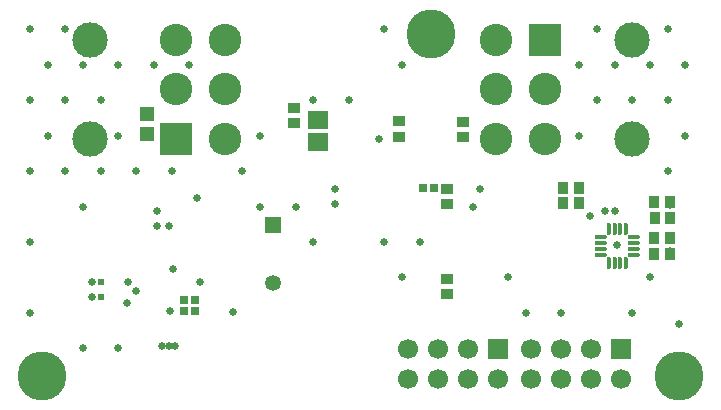
<source format=gbs>
G04*
G04 #@! TF.GenerationSoftware,Altium Limited,Altium Designer,24.2.2 (26)*
G04*
G04 Layer_Color=16711935*
%FSLAX44Y44*%
%MOMM*%
G71*
G04*
G04 #@! TF.SameCoordinates,C4595460-78FA-4AA4-93EF-E7DD031D073C*
G04*
G04*
G04 #@! TF.FilePolarity,Negative*
G04*
G01*
G75*
%ADD21R,0.5200X0.5200*%
%ADD44R,0.9000X1.0000*%
%ADD45R,1.0000X0.8500*%
%ADD47R,0.7000X0.7000*%
%ADD48R,1.0000X0.9000*%
%ADD50C,2.7500*%
%ADD51R,2.7500X2.7500*%
%ADD52C,3.0000*%
%ADD53C,1.7000*%
%ADD54R,1.7000X1.7000*%
%ADD55R,1.3500X1.3500*%
%ADD56C,1.3500*%
%ADD57C,0.6500*%
%ADD58C,4.1500*%
%ADD59C,0.8500*%
%ADD79R,1.7000X1.6500*%
%ADD80R,1.2000X1.3000*%
%ADD81R,0.9500X1.1000*%
G04:AMPARAMS|DCode=82|XSize=0.99mm|YSize=0.41mm|CornerRadius=0.1075mm|HoleSize=0mm|Usage=FLASHONLY|Rotation=270.000|XOffset=0mm|YOffset=0mm|HoleType=Round|Shape=RoundedRectangle|*
%AMROUNDEDRECTD82*
21,1,0.9900,0.1950,0,0,270.0*
21,1,0.7750,0.4100,0,0,270.0*
1,1,0.2150,-0.0975,-0.3875*
1,1,0.2150,-0.0975,0.3875*
1,1,0.2150,0.0975,0.3875*
1,1,0.2150,0.0975,-0.3875*
%
%ADD82ROUNDEDRECTD82*%
G04:AMPARAMS|DCode=83|XSize=0.99mm|YSize=0.41mm|CornerRadius=0.1075mm|HoleSize=0mm|Usage=FLASHONLY|Rotation=180.000|XOffset=0mm|YOffset=0mm|HoleType=Round|Shape=RoundedRectangle|*
%AMROUNDEDRECTD83*
21,1,0.9900,0.1950,0,0,180.0*
21,1,0.7750,0.4100,0,0,180.0*
1,1,0.2150,-0.3875,0.0975*
1,1,0.2150,0.3875,0.0975*
1,1,0.2150,0.3875,-0.0975*
1,1,0.2150,-0.3875,-0.0975*
%
%ADD83ROUNDEDRECTD83*%
%ADD84R,0.8500X1.0000*%
D21*
X515000Y169250D02*
D03*
X507000D02*
D03*
X72250Y96500D02*
D03*
X80250D02*
D03*
X72250Y109500D02*
D03*
X80250D02*
D03*
D44*
X471750Y176250D02*
D03*
X484750D02*
D03*
X484750Y188750D02*
D03*
X471750D02*
D03*
D45*
X243750Y256750D02*
D03*
Y244250D02*
D03*
D47*
X150750Y85000D02*
D03*
X159750D02*
D03*
Y94500D02*
D03*
X150750D02*
D03*
X352749Y188601D02*
D03*
X361749D02*
D03*
D48*
X386750Y231750D02*
D03*
Y244750D02*
D03*
X332500Y245250D02*
D03*
Y232250D02*
D03*
X372749Y98941D02*
D03*
Y111941D02*
D03*
Y188141D02*
D03*
Y175141D02*
D03*
D50*
X185500Y314500D02*
D03*
Y272500D02*
D03*
Y230500D02*
D03*
X143500Y314500D02*
D03*
Y272500D02*
D03*
X414500Y230500D02*
D03*
Y272500D02*
D03*
Y314500D02*
D03*
X456500Y230500D02*
D03*
Y272500D02*
D03*
D51*
X143500Y230500D02*
D03*
X456500Y314500D02*
D03*
D52*
X70500D02*
D03*
Y230500D02*
D03*
X529500D02*
D03*
Y314500D02*
D03*
D53*
X444100Y27300D02*
D03*
Y52700D02*
D03*
X469500Y27300D02*
D03*
X494900D02*
D03*
X469500Y52700D02*
D03*
X494900D02*
D03*
X520300Y27300D02*
D03*
X340150D02*
D03*
Y52700D02*
D03*
X365550Y27300D02*
D03*
X390950D02*
D03*
X365550Y52700D02*
D03*
X390950D02*
D03*
X416350Y27300D02*
D03*
D54*
X520300Y52700D02*
D03*
X416350D02*
D03*
D55*
X225749Y157651D02*
D03*
D56*
Y108851D02*
D03*
D57*
X259999Y143249D02*
D03*
X559999Y323249D02*
D03*
X574999Y293249D02*
D03*
X559999Y263249D02*
D03*
X574999Y233249D02*
D03*
X559999Y203249D02*
D03*
X544999Y293249D02*
D03*
X529999Y263249D02*
D03*
X544999Y113249D02*
D03*
X529999Y83249D02*
D03*
X499999Y323249D02*
D03*
X514999Y293249D02*
D03*
X499999Y263249D02*
D03*
X484999Y293249D02*
D03*
Y233249D02*
D03*
X469999Y83249D02*
D03*
X439999D02*
D03*
X424999Y113249D02*
D03*
X394999Y173249D02*
D03*
X349999Y143249D02*
D03*
X319999Y323249D02*
D03*
X334999Y293249D02*
D03*
X319999Y143249D02*
D03*
X334999Y113249D02*
D03*
X289999Y263249D02*
D03*
X259999D02*
D03*
X244999Y173249D02*
D03*
X214999Y233249D02*
D03*
X199999Y203249D02*
D03*
X214999Y173249D02*
D03*
X154999Y293249D02*
D03*
X139999Y203249D02*
D03*
X124999Y293249D02*
D03*
X109999Y203249D02*
D03*
X94999Y293249D02*
D03*
X79999Y263249D02*
D03*
X94999Y233249D02*
D03*
X79999Y203249D02*
D03*
X94999Y53249D02*
D03*
X49999Y323249D02*
D03*
X64999Y293249D02*
D03*
X49999Y263249D02*
D03*
Y203249D02*
D03*
X64999Y173249D02*
D03*
Y53249D02*
D03*
X19999Y323249D02*
D03*
X34999Y293249D02*
D03*
X19999Y263249D02*
D03*
X34999Y233249D02*
D03*
X19999Y203249D02*
D03*
Y143249D02*
D03*
Y83249D02*
D03*
X138000Y157000D02*
D03*
X164000Y109750D02*
D03*
X316000Y230750D02*
D03*
X102750Y109500D02*
D03*
X143250Y55500D02*
D03*
X137625D02*
D03*
X132000D02*
D03*
X102500Y91750D02*
D03*
X570000Y73750D02*
D03*
X401250Y188000D02*
D03*
X192000Y83750D02*
D03*
X517250Y140750D02*
D03*
X548500Y176750D02*
D03*
X515000Y169250D02*
D03*
X243750Y244250D02*
D03*
X386750Y244750D02*
D03*
X332500Y232250D02*
D03*
X141250Y120000D02*
D03*
X110000Y101753D02*
D03*
X161250Y180750D02*
D03*
X128000Y169500D02*
D03*
Y157000D02*
D03*
X507000Y169250D02*
D03*
X494500Y165500D02*
D03*
X278749Y175441D02*
D03*
Y188141D02*
D03*
X138250Y85000D02*
D03*
X72250Y96500D02*
D03*
Y109500D02*
D03*
X562000Y135500D02*
D03*
Y144500D02*
D03*
X562000Y174750D02*
D03*
Y165500D02*
D03*
X372749Y111941D02*
D03*
Y175441D02*
D03*
Y188141D02*
D03*
D58*
X360000Y319460D02*
D03*
X30000Y30000D02*
D03*
X570000D02*
D03*
D59*
X263625Y228125D02*
D03*
D79*
X263750Y246250D02*
D03*
Y228250D02*
D03*
D80*
X119000Y235000D02*
D03*
Y252000D02*
D03*
D81*
X562000Y146750D02*
D03*
X548500D02*
D03*
X562000Y133250D02*
D03*
X548500D02*
D03*
X562000Y176750D02*
D03*
X548500D02*
D03*
D82*
X510000Y125650D02*
D03*
X515000D02*
D03*
X520000D02*
D03*
X525000D02*
D03*
Y154350D02*
D03*
X520000D02*
D03*
X515000D02*
D03*
X510000D02*
D03*
D83*
X503150Y147500D02*
D03*
Y142500D02*
D03*
Y137500D02*
D03*
Y132500D02*
D03*
X531850D02*
D03*
Y137500D02*
D03*
Y142500D02*
D03*
Y147500D02*
D03*
D84*
X549500Y163750D02*
D03*
X562000D02*
D03*
M02*

</source>
